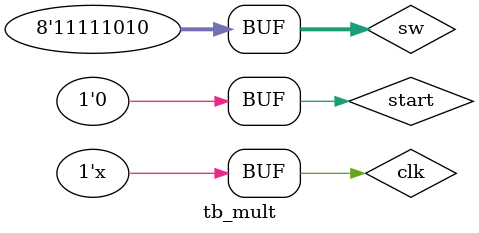
<source format=v>
`timescale 1ns / 1ps


module tb_mult(

    );
    
    reg clk = 0;
    reg start  = 0;
    wire stop;
    reg [7:0] sw;
    wire [7:0] product;
    mult uut(clk, start, sw, stop, product); 
    
    always #5 clk = ~clk;
    
    initial begin
    sw[3:0] = 1;
    sw[7:4] = 0;
    start = 1;
    #10
    start = 0;
    #150
    sw[3:0] = 0;
    sw[7:4] = 1;
    start = 1;
    #10
    start = 0;
    #150
    sw[3:0] = 10;
    sw[7:4] = 1;
    start = 1;
    #10
    start = 0;
    #150   
    sw[3:0] = 5;
    sw[7:4] = 2;
    start = 1;
    #10
    start = 0;
    #150
    sw[3:0] = 9;
    sw[7:4] = 7;
    start = 1;
    #10
    start = 0;
    #150
    sw[3:0] = 15;
    sw[7:4] = 15;
    start = 1;
    #10
    start = 0;
    #150
    sw[3:0] = 10;
    sw[7:4] = 15;
    start = 1;
    #10
    start = 0;
    #150
    start = 0;
    
    end
    
endmodule
</source>
